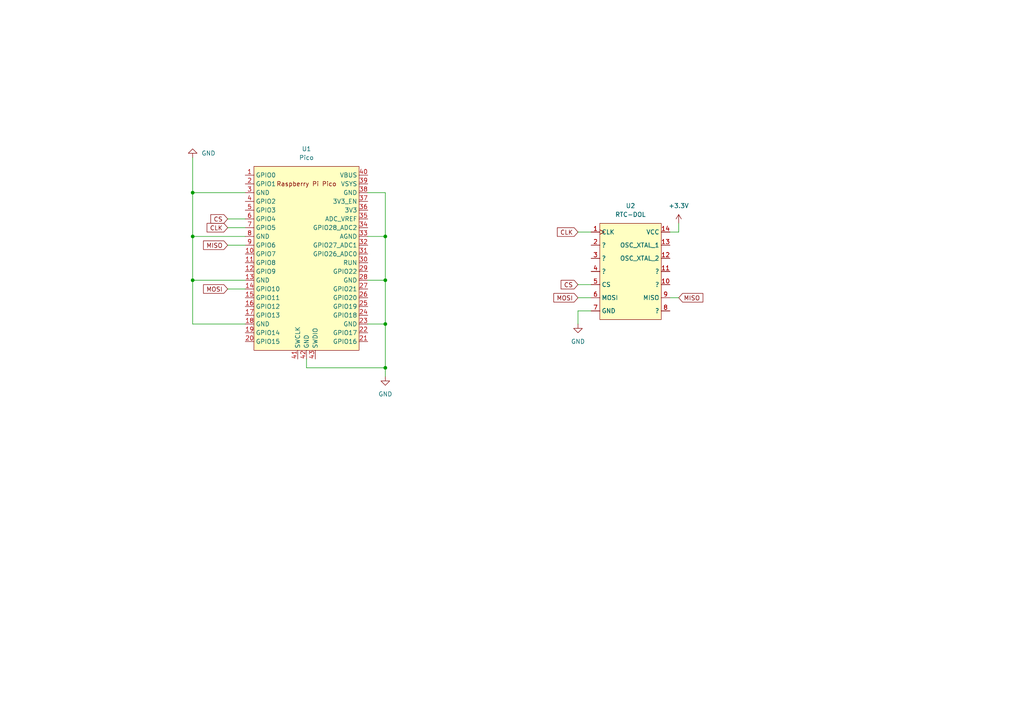
<source format=kicad_sch>
(kicad_sch (version 20211123) (generator eeschema)
  (paper "A4")
  (lib_symbols
    (symbol "MCU_RaspberryPi_and_Boards:Pico"
      (property "Reference" "U" (at -13.97 27.94 0))
      (property "Value" "Pico" (at 0 19.05 0))
      (symbol "Pico_0_0"
        (text "Raspberry Pi Pico" (at 0 21.59 0) (effects (font (size 1.27 1.27))))
      )
      (symbol "Pico_0_1"
        (rectangle (start -15.24 26.67) (end 15.24 -26.67) (fill (type background)))
      )
      (symbol "Pico_1_1"
        (pin bidirectional line (at -17.78 24.13 0) (length 2.54) (name "GPIO0") (number "1"))
        (pin bidirectional line (at -17.78 1.27 0) (length 2.54) (name "GPIO7") (number "10"))
        (pin bidirectional line (at -17.78 -1.27 0) (length 2.54) (name "GPIO8") (number "11"))
        (pin bidirectional line (at -17.78 -3.81 0) (length 2.54) (name "GPIO9") (number "12"))
        (pin power_in line (at -17.78 -6.35 0) (length 2.54) (name "GND") (number "13"))
        (pin bidirectional line (at -17.78 -8.89 0) (length 2.54) (name "GPIO10") (number "14"))
        (pin bidirectional line (at -17.78 -11.43 0) (length 2.54) (name "GPIO11") (number "15"))
        (pin bidirectional line (at -17.78 -13.97 0) (length 2.54) (name "GPIO12") (number "16"))
        (pin bidirectional line (at -17.78 -16.51 0) (length 2.54) (name "GPIO13") (number "17"))
        (pin power_in line (at -17.78 -19.05 0) (length 2.54) (name "GND") (number "18"))
        (pin bidirectional line (at -17.78 -21.59 0) (length 2.54) (name "GPIO14") (number "19"))
        (pin bidirectional line (at -17.78 21.59 0) (length 2.54) (name "GPIO1") (number "2"))
        (pin bidirectional line (at -17.78 -24.13 0) (length 2.54) (name "GPIO15") (number "20"))
        (pin bidirectional line (at 17.78 -24.13 180) (length 2.54) (name "GPIO16") (number "21"))
        (pin bidirectional line (at 17.78 -21.59 180) (length 2.54) (name "GPIO17") (number "22"))
        (pin power_in line (at 17.78 -19.05 180) (length 2.54) (name "GND") (number "23"))
        (pin bidirectional line (at 17.78 -16.51 180) (length 2.54) (name "GPIO18") (number "24"))
        (pin bidirectional line (at 17.78 -13.97 180) (length 2.54) (name "GPIO19") (number "25"))
        (pin bidirectional line (at 17.78 -11.43 180) (length 2.54) (name "GPIO20") (number "26"))
        (pin bidirectional line (at 17.78 -8.89 180) (length 2.54) (name "GPIO21") (number "27"))
        (pin power_in line (at 17.78 -6.35 180) (length 2.54) (name "GND") (number "28"))
        (pin bidirectional line (at 17.78 -3.81 180) (length 2.54) (name "GPIO22") (number "29"))
        (pin power_in line (at -17.78 19.05 0) (length 2.54) (name "GND") (number "3"))
        (pin input line (at 17.78 -1.27 180) (length 2.54) (name "RUN") (number "30"))
        (pin bidirectional line (at 17.78 1.27 180) (length 2.54) (name "GPIO26_ADC0") (number "31"))
        (pin bidirectional line (at 17.78 3.81 180) (length 2.54) (name "GPIO27_ADC1") (number "32"))
        (pin power_in line (at 17.78 6.35 180) (length 2.54) (name "AGND") (number "33"))
        (pin bidirectional line (at 17.78 8.89 180) (length 2.54) (name "GPIO28_ADC2") (number "34"))
        (pin power_in line (at 17.78 11.43 180) (length 2.54) (name "ADC_VREF") (number "35"))
        (pin power_in line (at 17.78 13.97 180) (length 2.54) (name "3V3") (number "36"))
        (pin input line (at 17.78 16.51 180) (length 2.54) (name "3V3_EN") (number "37"))
        (pin bidirectional line (at 17.78 19.05 180) (length 2.54) (name "GND") (number "38"))
        (pin power_in line (at 17.78 21.59 180) (length 2.54) (name "VSYS") (number "39"))
        (pin bidirectional line (at -17.78 16.51 0) (length 2.54) (name "GPIO2") (number "4"))
        (pin power_in line (at 17.78 24.13 180) (length 2.54) (name "VBUS") (number "40"))
        (pin input line (at -2.54 -29.21 90) (length 2.54) (name "SWCLK") (number "41"))
        (pin power_in line (at 0 -29.21 90) (length 2.54) (name "GND") (number "42"))
        (pin bidirectional line (at 2.54 -29.21 90) (length 2.54) (name "SWDIO") (number "43"))
        (pin bidirectional line (at -17.78 13.97 0) (length 2.54) (name "GPIO3") (number "5"))
        (pin bidirectional line (at -17.78 11.43 0) (length 2.54) (name "GPIO4") (number "6"))
        (pin bidirectional line (at -17.78 8.89 0) (length 2.54) (name "GPIO5") (number "7"))
        (pin power_in line (at -17.78 6.35 0) (length 2.54) (name "GND") (number "8"))
        (pin bidirectional line (at -17.78 3.81 0) (length 2.54) (name "GPIO6") (number "9"))
      )
    )
    (symbol "power:+3.3V" (power) (pin_names (offset 0))
      (property "Value" "+3.3V" (at 0 3.556 0))
      (symbol "+3.3V_0_1"
        (polyline (pts (xy -0.762 1.27) (xy 0 2.54)))
        (polyline (pts (xy 0 0) (xy 0 2.54)))
        (polyline (pts (xy 0 2.54) (xy 0.762 1.27)))
      )
      (symbol "+3.3V_1_1"
        (pin power_in line (at 0 0 90) (length 0) hide (name "+3.3V") (number "1"))
      )
    )
    (symbol "power:GND" (power) (pin_names (offset 0))
      (property "Value" "GND" (at 0 -3.81 0))
      (symbol "GND_0_1"
        (polyline (pts (xy 0 0) (xy 0 -1.27) (xy 1.27 -1.27) (xy 0 -2.54) (xy -1.27 -1.27) (xy 0 -1.27)))
      )
      (symbol "GND_1_1"
        (pin power_in line (at 0 0 270) (length 0) hide (name "GND") (number "1"))
      )
    )
    (symbol "symbols:RTC-DOL" (in_bom no)
      (property "Reference" "U?" (at 0 2.54 0))
      (property "Value" "RTC-DOL" (at 0 0 0))
      (symbol "RTC-DOL_0_1"
        (rectangle (start -8.89 -2.54) (end 8.89 -30.48) (fill (type background)))
      )
      (symbol "RTC-DOL_1_1"
        (pin output clock (at -11.43 -5.08 0) (length 2.54) (name "CLK") (number "1"))
        (pin unspecified line (at 11.43 -20.32 180) (length 2.54) (name "?") (number "10"))
        (pin unspecified line (at 11.43 -16.51 180) (length 2.54) (name "?") (number "11"))
        (pin input line (at 11.43 -12.7 180) (length 2.54) (name "OSC_XTAL_2") (number "12"))
        (pin input line (at 11.43 -8.89 180) (length 2.54) (name "OSC_XTAL_1") (number "13"))
        (pin power_in line (at 11.43 -5.08 180) (length 2.54) (name "VCC") (number "14"))
        (pin unspecified line (at -11.43 -8.89 0) (length 2.54) (name "?") (number "2"))
        (pin unspecified line (at -11.43 -12.7 0) (length 2.54) (name "?") (number "3"))
        (pin unspecified line (at -11.43 -16.51 0) (length 2.54) (name "?") (number "4"))
        (pin input line (at -11.43 -20.32 0) (length 2.54) (name "CS") (number "5"))
        (pin input line (at -11.43 -24.13 0) (length 2.54) (name "MOSI") (number "6"))
        (pin input line (at -11.43 -27.94 0) (length 2.54) (name "GND") (number "7"))
        (pin unspecified line (at 11.43 -27.94 180) (length 2.54) (name "?") (number "8"))
        (pin output line (at 11.43 -24.13 180) (length 2.54) (name "MISO") (number "9"))
      )
    )
  )
  (junction (at 111.76 93.98))
  (junction (at 55.88 68.58))
  (junction (at 111.76 106.68))
  (junction (at 111.76 68.58))
  (junction (at 111.76 81.28))
  (junction (at 55.88 55.88))
  (junction (at 55.88 81.28))
  (wire (pts (xy 194.31 67.31) (xy 196.85 67.31)))
  (wire (pts (xy 196.85 67.31) (xy 196.85 64.77)))
  (wire (pts (xy 55.88 68.58) (xy 55.88 55.88)))
  (wire (pts (xy 88.9 104.14) (xy 88.9 106.68)))
  (wire (pts (xy 194.31 86.36) (xy 196.85 86.36)))
  (wire (pts (xy 66.04 71.12) (xy 71.12 71.12)))
  (wire (pts (xy 71.12 68.58) (xy 55.88 68.58)))
  (wire (pts (xy 55.88 93.98) (xy 55.88 81.28)))
  (wire (pts (xy 167.64 90.17) (xy 171.45 90.17)))
  (wire (pts (xy 167.64 82.55) (xy 171.45 82.55)))
  (wire (pts (xy 66.04 63.5) (xy 71.12 63.5)))
  (wire (pts (xy 106.68 81.28) (xy 111.76 81.28)))
  (wire (pts (xy 88.9 106.68) (xy 111.76 106.68)))
  (wire (pts (xy 111.76 55.88) (xy 111.76 68.58)))
  (wire (pts (xy 66.04 66.04) (xy 71.12 66.04)))
  (wire (pts (xy 167.64 93.98) (xy 167.64 90.17)))
  (wire (pts (xy 55.88 55.88) (xy 71.12 55.88)))
  (wire (pts (xy 106.68 68.58) (xy 111.76 68.58)))
  (wire (pts (xy 71.12 81.28) (xy 55.88 81.28)))
  (wire (pts (xy 111.76 93.98) (xy 111.76 106.68)))
  (wire (pts (xy 55.88 45.72) (xy 55.88 55.88)))
  (wire (pts (xy 111.76 106.68) (xy 111.76 109.22)))
  (wire (pts (xy 111.76 68.58) (xy 111.76 81.28)))
  (wire (pts (xy 106.68 55.88) (xy 111.76 55.88)))
  (wire (pts (xy 167.64 67.31) (xy 171.45 67.31)))
  (wire (pts (xy 106.68 93.98) (xy 111.76 93.98)))
  (wire (pts (xy 71.12 93.98) (xy 55.88 93.98)))
  (wire (pts (xy 111.76 81.28) (xy 111.76 93.98)))
  (wire (pts (xy 66.04 83.82) (xy 71.12 83.82)))
  (wire (pts (xy 167.64 86.36) (xy 171.45 86.36)))
  (wire (pts (xy 55.88 81.28) (xy 55.88 68.58)))
  (global_label "CS" (shape input) (at 167.64 82.55 180) (property "Intersheet References" "${INTERSHEET_REFS}" (effects hide)))
  (global_label "MISO" (shape input) (at 66.04 71.12 180) (property "Intersheet References" "${INTERSHEET_REFS}" (effects hide)))
  (global_label "CLK" (shape input) (at 66.04 66.04 180) (property "Intersheet References" "${INTERSHEET_REFS}" (effects hide)))
  (global_label "MOSI" (shape input) (at 167.64 86.36 180) (property "Intersheet References" "${INTERSHEET_REFS}" (effects hide)))
  (global_label "CLK" (shape input) (at 167.64 67.31 180) (property "Intersheet References" "${INTERSHEET_REFS}" (effects hide)))
  (global_label "MOSI" (shape input) (at 66.04 83.82 180) (property "Intersheet References" "${INTERSHEET_REFS}" (effects hide)))
  (global_label "MISO" (shape input) (at 196.85 86.36 0) (property "Intersheet References" "${INTERSHEET_REFS}" (effects hide)))
  (global_label "CS" (shape input) (at 66.04 63.5 180) (property "Intersheet References" "${INTERSHEET_REFS}" (effects hide)))
  (symbol (lib_id "power:GND") (at 111.76 109.22 0) (unit 1)
    (property "Reference" "#PWR0104" (effects hide))
    (property "Value" "GND" (at 111.76 114.3 0))
  )
  (symbol (lib_id "power:GND") (at 167.64 93.98 0) (unit 1)
    (property "Reference" "#PWR0103" (effects hide))
    (property "Value" "GND" (at 167.64 99.06 0))
  )
  (symbol (lib_id "power:GND") (at 55.88 45.72 180) (unit 1)
    (property "Reference" "#PWR0101" (effects hide))
    (property "Value" "GND" (at 58.42 44.4499 0) (effects (justify right)))
  )
  (symbol (lib_id "MCU_RaspberryPi_and_Boards:Pico") (at 88.9 74.93 0) (unit 1)
    (property "Reference" "U1" (at 88.9 43.18 0))
    (property "Value" "Pico" (at 88.9 45.72 0))
    (property "Footprint" "RPi_Pico:RPi_Pico_SMD_TH" (effects hide))
  )
  (symbol (lib_id "power:+3.3V") (at 196.85 64.77 0) (unit 1)
    (property "Reference" "#PWR0102" (effects hide))
    (property "Value" "+3.3V" (at 196.85 59.69 0))
  )
  (symbol (lib_id "symbols:RTC-DOL") (at 182.88 62.23 0) (unit 1) (in_bom no)
    (property "Reference" "U2" (at 182.88 59.69 0))
    (property "Value" "RTC-DOL" (at 182.88 62.23 0))
  )
)
</source>
